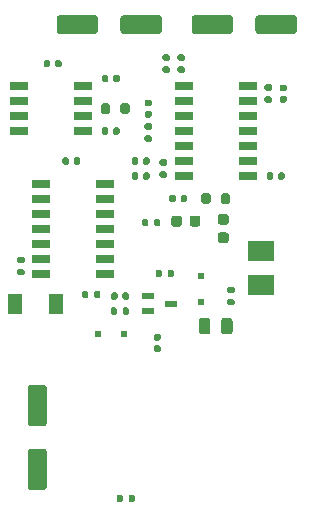
<source format=gbr>
%TF.GenerationSoftware,KiCad,Pcbnew,(5.1.8)-1*%
%TF.CreationDate,2021-01-15T14:34:29+00:00*%
%TF.ProjectId,Bat_Listner_JLCPCB,4261745f-4c69-4737-946e-65725f4a4c43,rev?*%
%TF.SameCoordinates,Original*%
%TF.FileFunction,Paste,Top*%
%TF.FilePolarity,Positive*%
%FSLAX46Y46*%
G04 Gerber Fmt 4.6, Leading zero omitted, Abs format (unit mm)*
G04 Created by KiCad (PCBNEW (5.1.8)-1) date 2021-01-15 14:34:29*
%MOMM*%
%LPD*%
G01*
G04 APERTURE LIST*
%ADD10R,1.525000X0.650000*%
%ADD11R,2.300000X1.800000*%
%ADD12R,1.300000X1.700000*%
%ADD13R,0.500000X0.500000*%
%ADD14R,1.000000X0.550000*%
G04 APERTURE END LIST*
D10*
%TO.C,AT1*%
X148127000Y-55245000D03*
X148127000Y-56515000D03*
X148127000Y-57785000D03*
X148127000Y-59055000D03*
X142703000Y-59055000D03*
X142703000Y-57785000D03*
X142703000Y-56515000D03*
X142703000Y-55245000D03*
%TD*%
%TO.C,C1*%
G36*
G01*
X145370000Y-53170000D02*
X145370000Y-53510000D01*
G75*
G02*
X145230000Y-53650000I-140000J0D01*
G01*
X144950000Y-53650000D01*
G75*
G02*
X144810000Y-53510000I0J140000D01*
G01*
X144810000Y-53170000D01*
G75*
G02*
X144950000Y-53030000I140000J0D01*
G01*
X145230000Y-53030000D01*
G75*
G02*
X145370000Y-53170000I0J-140000D01*
G01*
G37*
G36*
G01*
X146330000Y-53170000D02*
X146330000Y-53510000D01*
G75*
G02*
X146190000Y-53650000I-140000J0D01*
G01*
X145910000Y-53650000D01*
G75*
G02*
X145770000Y-53510000I0J140000D01*
G01*
X145770000Y-53170000D01*
G75*
G02*
X145910000Y-53030000I140000J0D01*
G01*
X146190000Y-53030000D01*
G75*
G02*
X146330000Y-53170000I0J-140000D01*
G01*
G37*
%TD*%
%TO.C,C2*%
G36*
G01*
X149735000Y-54780000D02*
X149735000Y-54440000D01*
G75*
G02*
X149875000Y-54300000I140000J0D01*
G01*
X150155000Y-54300000D01*
G75*
G02*
X150295000Y-54440000I0J-140000D01*
G01*
X150295000Y-54780000D01*
G75*
G02*
X150155000Y-54920000I-140000J0D01*
G01*
X149875000Y-54920000D01*
G75*
G02*
X149735000Y-54780000I0J140000D01*
G01*
G37*
G36*
G01*
X150695000Y-54780000D02*
X150695000Y-54440000D01*
G75*
G02*
X150835000Y-54300000I140000J0D01*
G01*
X151115000Y-54300000D01*
G75*
G02*
X151255000Y-54440000I0J-140000D01*
G01*
X151255000Y-54780000D01*
G75*
G02*
X151115000Y-54920000I-140000J0D01*
G01*
X150835000Y-54920000D01*
G75*
G02*
X150695000Y-54780000I0J140000D01*
G01*
G37*
%TD*%
%TO.C,C3*%
G36*
G01*
X153500000Y-57350000D02*
X153840000Y-57350000D01*
G75*
G02*
X153980000Y-57490000I0J-140000D01*
G01*
X153980000Y-57770000D01*
G75*
G02*
X153840000Y-57910000I-140000J0D01*
G01*
X153500000Y-57910000D01*
G75*
G02*
X153360000Y-57770000I0J140000D01*
G01*
X153360000Y-57490000D01*
G75*
G02*
X153500000Y-57350000I140000J0D01*
G01*
G37*
G36*
G01*
X153500000Y-56390000D02*
X153840000Y-56390000D01*
G75*
G02*
X153980000Y-56530000I0J-140000D01*
G01*
X153980000Y-56810000D01*
G75*
G02*
X153840000Y-56950000I-140000J0D01*
G01*
X153500000Y-56950000D01*
G75*
G02*
X153360000Y-56810000I0J140000D01*
G01*
X153360000Y-56530000D01*
G75*
G02*
X153500000Y-56390000I140000J0D01*
G01*
G37*
%TD*%
%TO.C,C5*%
G36*
G01*
X147925000Y-61425000D02*
X147925000Y-61765000D01*
G75*
G02*
X147785000Y-61905000I-140000J0D01*
G01*
X147505000Y-61905000D01*
G75*
G02*
X147365000Y-61765000I0J140000D01*
G01*
X147365000Y-61425000D01*
G75*
G02*
X147505000Y-61285000I140000J0D01*
G01*
X147785000Y-61285000D01*
G75*
G02*
X147925000Y-61425000I0J-140000D01*
G01*
G37*
G36*
G01*
X146965000Y-61425000D02*
X146965000Y-61765000D01*
G75*
G02*
X146825000Y-61905000I-140000J0D01*
G01*
X146545000Y-61905000D01*
G75*
G02*
X146405000Y-61765000I0J140000D01*
G01*
X146405000Y-61425000D01*
G75*
G02*
X146545000Y-61285000I140000J0D01*
G01*
X146825000Y-61285000D01*
G75*
G02*
X146965000Y-61425000I0J-140000D01*
G01*
G37*
%TD*%
%TO.C,C6*%
G36*
G01*
X149735000Y-59225000D02*
X149735000Y-58885000D01*
G75*
G02*
X149875000Y-58745000I140000J0D01*
G01*
X150155000Y-58745000D01*
G75*
G02*
X150295000Y-58885000I0J-140000D01*
G01*
X150295000Y-59225000D01*
G75*
G02*
X150155000Y-59365000I-140000J0D01*
G01*
X149875000Y-59365000D01*
G75*
G02*
X149735000Y-59225000I0J140000D01*
G01*
G37*
G36*
G01*
X150695000Y-59225000D02*
X150695000Y-58885000D01*
G75*
G02*
X150835000Y-58745000I140000J0D01*
G01*
X151115000Y-58745000D01*
G75*
G02*
X151255000Y-58885000I0J-140000D01*
G01*
X151255000Y-59225000D01*
G75*
G02*
X151115000Y-59365000I-140000J0D01*
G01*
X150835000Y-59365000D01*
G75*
G02*
X150695000Y-59225000I0J140000D01*
G01*
G37*
%TD*%
%TO.C,C7*%
G36*
G01*
X151485000Y-73195000D02*
X151485000Y-72855000D01*
G75*
G02*
X151625000Y-72715000I140000J0D01*
G01*
X151905000Y-72715000D01*
G75*
G02*
X152045000Y-72855000I0J-140000D01*
G01*
X152045000Y-73195000D01*
G75*
G02*
X151905000Y-73335000I-140000J0D01*
G01*
X151625000Y-73335000D01*
G75*
G02*
X151485000Y-73195000I0J140000D01*
G01*
G37*
G36*
G01*
X150525000Y-73195000D02*
X150525000Y-72855000D01*
G75*
G02*
X150665000Y-72715000I140000J0D01*
G01*
X150945000Y-72715000D01*
G75*
G02*
X151085000Y-72855000I0J-140000D01*
G01*
X151085000Y-73195000D01*
G75*
G02*
X150945000Y-73335000I-140000J0D01*
G01*
X150665000Y-73335000D01*
G75*
G02*
X150525000Y-73195000I0J140000D01*
G01*
G37*
%TD*%
%TO.C,C8*%
G36*
G01*
X152835000Y-61425000D02*
X152835000Y-61765000D01*
G75*
G02*
X152695000Y-61905000I-140000J0D01*
G01*
X152415000Y-61905000D01*
G75*
G02*
X152275000Y-61765000I0J140000D01*
G01*
X152275000Y-61425000D01*
G75*
G02*
X152415000Y-61285000I140000J0D01*
G01*
X152695000Y-61285000D01*
G75*
G02*
X152835000Y-61425000I0J-140000D01*
G01*
G37*
G36*
G01*
X153795000Y-61425000D02*
X153795000Y-61765000D01*
G75*
G02*
X153655000Y-61905000I-140000J0D01*
G01*
X153375000Y-61905000D01*
G75*
G02*
X153235000Y-61765000I0J140000D01*
G01*
X153235000Y-61425000D01*
G75*
G02*
X153375000Y-61285000I140000J0D01*
G01*
X153655000Y-61285000D01*
G75*
G02*
X153795000Y-61425000I0J-140000D01*
G01*
G37*
%TD*%
%TO.C,C9*%
G36*
G01*
X152275000Y-63035000D02*
X152275000Y-62695000D01*
G75*
G02*
X152415000Y-62555000I140000J0D01*
G01*
X152695000Y-62555000D01*
G75*
G02*
X152835000Y-62695000I0J-140000D01*
G01*
X152835000Y-63035000D01*
G75*
G02*
X152695000Y-63175000I-140000J0D01*
G01*
X152415000Y-63175000D01*
G75*
G02*
X152275000Y-63035000I0J140000D01*
G01*
G37*
G36*
G01*
X153235000Y-63035000D02*
X153235000Y-62695000D01*
G75*
G02*
X153375000Y-62555000I140000J0D01*
G01*
X153655000Y-62555000D01*
G75*
G02*
X153795000Y-62695000I0J-140000D01*
G01*
X153795000Y-63035000D01*
G75*
G02*
X153655000Y-63175000I-140000J0D01*
G01*
X153375000Y-63175000D01*
G75*
G02*
X153235000Y-63035000I0J140000D01*
G01*
G37*
%TD*%
%TO.C,C10*%
G36*
G01*
X156010000Y-64600000D02*
X156010000Y-64940000D01*
G75*
G02*
X155870000Y-65080000I-140000J0D01*
G01*
X155590000Y-65080000D01*
G75*
G02*
X155450000Y-64940000I0J140000D01*
G01*
X155450000Y-64600000D01*
G75*
G02*
X155590000Y-64460000I140000J0D01*
G01*
X155870000Y-64460000D01*
G75*
G02*
X156010000Y-64600000I0J-140000D01*
G01*
G37*
G36*
G01*
X156970000Y-64600000D02*
X156970000Y-64940000D01*
G75*
G02*
X156830000Y-65080000I-140000J0D01*
G01*
X156550000Y-65080000D01*
G75*
G02*
X156410000Y-64940000I0J140000D01*
G01*
X156410000Y-64600000D01*
G75*
G02*
X156550000Y-64460000I140000J0D01*
G01*
X156830000Y-64460000D01*
G75*
G02*
X156970000Y-64600000I0J-140000D01*
G01*
G37*
%TD*%
%TO.C,C11*%
G36*
G01*
X155620000Y-66925000D02*
X155620000Y-66425000D01*
G75*
G02*
X155845000Y-66200000I225000J0D01*
G01*
X156295000Y-66200000D01*
G75*
G02*
X156520000Y-66425000I0J-225000D01*
G01*
X156520000Y-66925000D01*
G75*
G02*
X156295000Y-67150000I-225000J0D01*
G01*
X155845000Y-67150000D01*
G75*
G02*
X155620000Y-66925000I0J225000D01*
G01*
G37*
G36*
G01*
X157170000Y-66925000D02*
X157170000Y-66425000D01*
G75*
G02*
X157395000Y-66200000I225000J0D01*
G01*
X157845000Y-66200000D01*
G75*
G02*
X158070000Y-66425000I0J-225000D01*
G01*
X158070000Y-66925000D01*
G75*
G02*
X157845000Y-67150000I-225000J0D01*
G01*
X157395000Y-67150000D01*
G75*
G02*
X157170000Y-66925000I0J225000D01*
G01*
G37*
%TD*%
%TO.C,C12*%
G36*
G01*
X160270000Y-66985000D02*
X159770000Y-66985000D01*
G75*
G02*
X159545000Y-66760000I0J225000D01*
G01*
X159545000Y-66310000D01*
G75*
G02*
X159770000Y-66085000I225000J0D01*
G01*
X160270000Y-66085000D01*
G75*
G02*
X160495000Y-66310000I0J-225000D01*
G01*
X160495000Y-66760000D01*
G75*
G02*
X160270000Y-66985000I-225000J0D01*
G01*
G37*
G36*
G01*
X160270000Y-68535000D02*
X159770000Y-68535000D01*
G75*
G02*
X159545000Y-68310000I0J225000D01*
G01*
X159545000Y-67860000D01*
G75*
G02*
X159770000Y-67635000I225000J0D01*
G01*
X160270000Y-67635000D01*
G75*
G02*
X160495000Y-67860000I0J-225000D01*
G01*
X160495000Y-68310000D01*
G75*
G02*
X160270000Y-68535000I-225000J0D01*
G01*
G37*
%TD*%
%TO.C,C13*%
G36*
G01*
X164665000Y-63035000D02*
X164665000Y-62695000D01*
G75*
G02*
X164805000Y-62555000I140000J0D01*
G01*
X165085000Y-62555000D01*
G75*
G02*
X165225000Y-62695000I0J-140000D01*
G01*
X165225000Y-63035000D01*
G75*
G02*
X165085000Y-63175000I-140000J0D01*
G01*
X164805000Y-63175000D01*
G75*
G02*
X164665000Y-63035000I0J140000D01*
G01*
G37*
G36*
G01*
X163705000Y-63035000D02*
X163705000Y-62695000D01*
G75*
G02*
X163845000Y-62555000I140000J0D01*
G01*
X164125000Y-62555000D01*
G75*
G02*
X164265000Y-62695000I0J-140000D01*
G01*
X164265000Y-63035000D01*
G75*
G02*
X164125000Y-63175000I-140000J0D01*
G01*
X163845000Y-63175000D01*
G75*
G02*
X163705000Y-63035000I0J140000D01*
G01*
G37*
%TD*%
D11*
%TO.C,C14*%
X163195000Y-72115000D03*
X163195000Y-69215000D03*
%TD*%
%TO.C,C15*%
G36*
G01*
X165270000Y-56640000D02*
X164930000Y-56640000D01*
G75*
G02*
X164790000Y-56500000I0J140000D01*
G01*
X164790000Y-56220000D01*
G75*
G02*
X164930000Y-56080000I140000J0D01*
G01*
X165270000Y-56080000D01*
G75*
G02*
X165410000Y-56220000I0J-140000D01*
G01*
X165410000Y-56500000D01*
G75*
G02*
X165270000Y-56640000I-140000J0D01*
G01*
G37*
G36*
G01*
X165270000Y-55680000D02*
X164930000Y-55680000D01*
G75*
G02*
X164790000Y-55540000I0J140000D01*
G01*
X164790000Y-55260000D01*
G75*
G02*
X164930000Y-55120000I140000J0D01*
G01*
X165270000Y-55120000D01*
G75*
G02*
X165410000Y-55260000I0J-140000D01*
G01*
X165410000Y-55540000D01*
G75*
G02*
X165270000Y-55680000I-140000J0D01*
G01*
G37*
%TD*%
%TO.C,C16*%
G36*
G01*
X154602000Y-77750000D02*
X154262000Y-77750000D01*
G75*
G02*
X154122000Y-77610000I0J140000D01*
G01*
X154122000Y-77330000D01*
G75*
G02*
X154262000Y-77190000I140000J0D01*
G01*
X154602000Y-77190000D01*
G75*
G02*
X154742000Y-77330000I0J-140000D01*
G01*
X154742000Y-77610000D01*
G75*
G02*
X154602000Y-77750000I-140000J0D01*
G01*
G37*
G36*
G01*
X154602000Y-76790000D02*
X154262000Y-76790000D01*
G75*
G02*
X154122000Y-76650000I0J140000D01*
G01*
X154122000Y-76370000D01*
G75*
G02*
X154262000Y-76230000I140000J0D01*
G01*
X154602000Y-76230000D01*
G75*
G02*
X154742000Y-76370000I0J-140000D01*
G01*
X154742000Y-76650000D01*
G75*
G02*
X154602000Y-76790000I-140000J0D01*
G01*
G37*
%TD*%
D12*
%TO.C,D1*%
X142395000Y-73660000D03*
X145895000Y-73660000D03*
%TD*%
D13*
%TO.C,D2*%
X151595000Y-76200000D03*
X149395000Y-76200000D03*
%TD*%
%TO.C,D3*%
X158115000Y-73490000D03*
X158115000Y-71290000D03*
%TD*%
%TO.C,D4*%
G36*
G01*
X157960000Y-76021250D02*
X157960000Y-75108750D01*
G75*
G02*
X158203750Y-74865000I243750J0D01*
G01*
X158691250Y-74865000D01*
G75*
G02*
X158935000Y-75108750I0J-243750D01*
G01*
X158935000Y-76021250D01*
G75*
G02*
X158691250Y-76265000I-243750J0D01*
G01*
X158203750Y-76265000D01*
G75*
G02*
X157960000Y-76021250I0J243750D01*
G01*
G37*
G36*
G01*
X159835000Y-76021250D02*
X159835000Y-75108750D01*
G75*
G02*
X160078750Y-74865000I243750J0D01*
G01*
X160566250Y-74865000D01*
G75*
G02*
X160810000Y-75108750I0J-243750D01*
G01*
X160810000Y-76021250D01*
G75*
G02*
X160566250Y-76265000I-243750J0D01*
G01*
X160078750Y-76265000D01*
G75*
G02*
X159835000Y-76021250I0J243750D01*
G01*
G37*
%TD*%
D10*
%TO.C,IC1*%
X144608000Y-63500000D03*
X144608000Y-64770000D03*
X144608000Y-66040000D03*
X144608000Y-67310000D03*
X144608000Y-68580000D03*
X144608000Y-69850000D03*
X144608000Y-71120000D03*
X150032000Y-71120000D03*
X150032000Y-69850000D03*
X150032000Y-68580000D03*
X150032000Y-67310000D03*
X150032000Y-66040000D03*
X150032000Y-64770000D03*
X150032000Y-63500000D03*
%TD*%
%TO.C,IC2*%
X162097000Y-55245000D03*
X162097000Y-56515000D03*
X162097000Y-57785000D03*
X162097000Y-59055000D03*
X162097000Y-60325000D03*
X162097000Y-61595000D03*
X162097000Y-62865000D03*
X156673000Y-62865000D03*
X156673000Y-61595000D03*
X156673000Y-60325000D03*
X156673000Y-59055000D03*
X156673000Y-57785000D03*
X156673000Y-56515000D03*
X156673000Y-55245000D03*
%TD*%
D14*
%TO.C,Q1*%
X153675000Y-73010000D03*
X153675000Y-74310000D03*
X155575000Y-73660000D03*
%TD*%
%TO.C,R1*%
G36*
G01*
X142690000Y-69705000D02*
X143060000Y-69705000D01*
G75*
G02*
X143195000Y-69840000I0J-135000D01*
G01*
X143195000Y-70110000D01*
G75*
G02*
X143060000Y-70245000I-135000J0D01*
G01*
X142690000Y-70245000D01*
G75*
G02*
X142555000Y-70110000I0J135000D01*
G01*
X142555000Y-69840000D01*
G75*
G02*
X142690000Y-69705000I135000J0D01*
G01*
G37*
G36*
G01*
X142690000Y-70725000D02*
X143060000Y-70725000D01*
G75*
G02*
X143195000Y-70860000I0J-135000D01*
G01*
X143195000Y-71130000D01*
G75*
G02*
X143060000Y-71265000I-135000J0D01*
G01*
X142690000Y-71265000D01*
G75*
G02*
X142555000Y-71130000I0J135000D01*
G01*
X142555000Y-70860000D01*
G75*
G02*
X142690000Y-70725000I135000J0D01*
G01*
G37*
%TD*%
%TO.C,R2*%
G36*
G01*
X149651000Y-57425000D02*
X149651000Y-56875000D01*
G75*
G02*
X149851000Y-56675000I200000J0D01*
G01*
X150251000Y-56675000D01*
G75*
G02*
X150451000Y-56875000I0J-200000D01*
G01*
X150451000Y-57425000D01*
G75*
G02*
X150251000Y-57625000I-200000J0D01*
G01*
X149851000Y-57625000D01*
G75*
G02*
X149651000Y-57425000I0J200000D01*
G01*
G37*
G36*
G01*
X151301000Y-57425000D02*
X151301000Y-56875000D01*
G75*
G02*
X151501000Y-56675000I200000J0D01*
G01*
X151901000Y-56675000D01*
G75*
G02*
X152101000Y-56875000I0J-200000D01*
G01*
X152101000Y-57425000D01*
G75*
G02*
X151901000Y-57625000I-200000J0D01*
G01*
X151501000Y-57625000D01*
G75*
G02*
X151301000Y-57425000I0J200000D01*
G01*
G37*
%TD*%
%TO.C,R3*%
G36*
G01*
X149084000Y-73083000D02*
X149084000Y-72713000D01*
G75*
G02*
X149219000Y-72578000I135000J0D01*
G01*
X149489000Y-72578000D01*
G75*
G02*
X149624000Y-72713000I0J-135000D01*
G01*
X149624000Y-73083000D01*
G75*
G02*
X149489000Y-73218000I-135000J0D01*
G01*
X149219000Y-73218000D01*
G75*
G02*
X149084000Y-73083000I0J135000D01*
G01*
G37*
G36*
G01*
X148064000Y-73083000D02*
X148064000Y-72713000D01*
G75*
G02*
X148199000Y-72578000I135000J0D01*
G01*
X148469000Y-72578000D01*
G75*
G02*
X148604000Y-72713000I0J-135000D01*
G01*
X148604000Y-73083000D01*
G75*
G02*
X148469000Y-73218000I-135000J0D01*
G01*
X148199000Y-73218000D01*
G75*
G02*
X148064000Y-73083000I0J135000D01*
G01*
G37*
%TD*%
%TO.C,R4*%
G36*
G01*
X153855000Y-58940000D02*
X153485000Y-58940000D01*
G75*
G02*
X153350000Y-58805000I0J135000D01*
G01*
X153350000Y-58535000D01*
G75*
G02*
X153485000Y-58400000I135000J0D01*
G01*
X153855000Y-58400000D01*
G75*
G02*
X153990000Y-58535000I0J-135000D01*
G01*
X153990000Y-58805000D01*
G75*
G02*
X153855000Y-58940000I-135000J0D01*
G01*
G37*
G36*
G01*
X153855000Y-59960000D02*
X153485000Y-59960000D01*
G75*
G02*
X153350000Y-59825000I0J135000D01*
G01*
X153350000Y-59555000D01*
G75*
G02*
X153485000Y-59420000I135000J0D01*
G01*
X153855000Y-59420000D01*
G75*
G02*
X153990000Y-59555000I0J-135000D01*
G01*
X153990000Y-59825000D01*
G75*
G02*
X153855000Y-59960000I-135000J0D01*
G01*
G37*
%TD*%
%TO.C,R5*%
G36*
G01*
X151015000Y-74110000D02*
X151015000Y-74480000D01*
G75*
G02*
X150880000Y-74615000I-135000J0D01*
G01*
X150610000Y-74615000D01*
G75*
G02*
X150475000Y-74480000I0J135000D01*
G01*
X150475000Y-74110000D01*
G75*
G02*
X150610000Y-73975000I135000J0D01*
G01*
X150880000Y-73975000D01*
G75*
G02*
X151015000Y-74110000I0J-135000D01*
G01*
G37*
G36*
G01*
X152035000Y-74110000D02*
X152035000Y-74480000D01*
G75*
G02*
X151900000Y-74615000I-135000J0D01*
G01*
X151630000Y-74615000D01*
G75*
G02*
X151495000Y-74480000I0J135000D01*
G01*
X151495000Y-74110000D01*
G75*
G02*
X151630000Y-73975000I135000J0D01*
G01*
X151900000Y-73975000D01*
G75*
G02*
X152035000Y-74110000I0J-135000D01*
G01*
G37*
%TD*%
%TO.C,R6*%
G36*
G01*
X155125000Y-63010000D02*
X154755000Y-63010000D01*
G75*
G02*
X154620000Y-62875000I0J135000D01*
G01*
X154620000Y-62605000D01*
G75*
G02*
X154755000Y-62470000I135000J0D01*
G01*
X155125000Y-62470000D01*
G75*
G02*
X155260000Y-62605000I0J-135000D01*
G01*
X155260000Y-62875000D01*
G75*
G02*
X155125000Y-63010000I-135000J0D01*
G01*
G37*
G36*
G01*
X155125000Y-61990000D02*
X154755000Y-61990000D01*
G75*
G02*
X154620000Y-61855000I0J135000D01*
G01*
X154620000Y-61585000D01*
G75*
G02*
X154755000Y-61450000I135000J0D01*
G01*
X155125000Y-61450000D01*
G75*
G02*
X155260000Y-61585000I0J-135000D01*
G01*
X155260000Y-61855000D01*
G75*
G02*
X155125000Y-61990000I-135000J0D01*
G01*
G37*
%TD*%
%TO.C,R7*%
G36*
G01*
X154702000Y-66617000D02*
X154702000Y-66987000D01*
G75*
G02*
X154567000Y-67122000I-135000J0D01*
G01*
X154297000Y-67122000D01*
G75*
G02*
X154162000Y-66987000I0J135000D01*
G01*
X154162000Y-66617000D01*
G75*
G02*
X154297000Y-66482000I135000J0D01*
G01*
X154567000Y-66482000D01*
G75*
G02*
X154702000Y-66617000I0J-135000D01*
G01*
G37*
G36*
G01*
X153682000Y-66617000D02*
X153682000Y-66987000D01*
G75*
G02*
X153547000Y-67122000I-135000J0D01*
G01*
X153277000Y-67122000D01*
G75*
G02*
X153142000Y-66987000I0J135000D01*
G01*
X153142000Y-66617000D01*
G75*
G02*
X153277000Y-66482000I135000J0D01*
G01*
X153547000Y-66482000D01*
G75*
G02*
X153682000Y-66617000I0J-135000D01*
G01*
G37*
%TD*%
%TO.C,R8*%
G36*
G01*
X159810000Y-65045000D02*
X159810000Y-64495000D01*
G75*
G02*
X160010000Y-64295000I200000J0D01*
G01*
X160410000Y-64295000D01*
G75*
G02*
X160610000Y-64495000I0J-200000D01*
G01*
X160610000Y-65045000D01*
G75*
G02*
X160410000Y-65245000I-200000J0D01*
G01*
X160010000Y-65245000D01*
G75*
G02*
X159810000Y-65045000I0J200000D01*
G01*
G37*
G36*
G01*
X158160000Y-65045000D02*
X158160000Y-64495000D01*
G75*
G02*
X158360000Y-64295000I200000J0D01*
G01*
X158760000Y-64295000D01*
G75*
G02*
X158960000Y-64495000I0J-200000D01*
G01*
X158960000Y-65045000D01*
G75*
G02*
X158760000Y-65245000I-200000J0D01*
G01*
X158360000Y-65245000D01*
G75*
G02*
X158160000Y-65045000I0J200000D01*
G01*
G37*
%TD*%
%TO.C,R9*%
G36*
G01*
X154285000Y-71305000D02*
X154285000Y-70935000D01*
G75*
G02*
X154420000Y-70800000I135000J0D01*
G01*
X154690000Y-70800000D01*
G75*
G02*
X154825000Y-70935000I0J-135000D01*
G01*
X154825000Y-71305000D01*
G75*
G02*
X154690000Y-71440000I-135000J0D01*
G01*
X154420000Y-71440000D01*
G75*
G02*
X154285000Y-71305000I0J135000D01*
G01*
G37*
G36*
G01*
X155305000Y-71305000D02*
X155305000Y-70935000D01*
G75*
G02*
X155440000Y-70800000I135000J0D01*
G01*
X155710000Y-70800000D01*
G75*
G02*
X155845000Y-70935000I0J-135000D01*
G01*
X155845000Y-71305000D01*
G75*
G02*
X155710000Y-71440000I-135000J0D01*
G01*
X155440000Y-71440000D01*
G75*
G02*
X155305000Y-71305000I0J135000D01*
G01*
G37*
%TD*%
%TO.C,R10*%
G36*
G01*
X160470000Y-72245000D02*
X160840000Y-72245000D01*
G75*
G02*
X160975000Y-72380000I0J-135000D01*
G01*
X160975000Y-72650000D01*
G75*
G02*
X160840000Y-72785000I-135000J0D01*
G01*
X160470000Y-72785000D01*
G75*
G02*
X160335000Y-72650000I0J135000D01*
G01*
X160335000Y-72380000D01*
G75*
G02*
X160470000Y-72245000I135000J0D01*
G01*
G37*
G36*
G01*
X160470000Y-73265000D02*
X160840000Y-73265000D01*
G75*
G02*
X160975000Y-73400000I0J-135000D01*
G01*
X160975000Y-73670000D01*
G75*
G02*
X160840000Y-73805000I-135000J0D01*
G01*
X160470000Y-73805000D01*
G75*
G02*
X160335000Y-73670000I0J135000D01*
G01*
X160335000Y-73400000D01*
G75*
G02*
X160470000Y-73265000I135000J0D01*
G01*
G37*
%TD*%
%TO.C,R11*%
G36*
G01*
X152003000Y-90355000D02*
X152003000Y-89985000D01*
G75*
G02*
X152138000Y-89850000I135000J0D01*
G01*
X152408000Y-89850000D01*
G75*
G02*
X152543000Y-89985000I0J-135000D01*
G01*
X152543000Y-90355000D01*
G75*
G02*
X152408000Y-90490000I-135000J0D01*
G01*
X152138000Y-90490000D01*
G75*
G02*
X152003000Y-90355000I0J135000D01*
G01*
G37*
G36*
G01*
X150983000Y-90355000D02*
X150983000Y-89985000D01*
G75*
G02*
X151118000Y-89850000I135000J0D01*
G01*
X151388000Y-89850000D01*
G75*
G02*
X151523000Y-89985000I0J-135000D01*
G01*
X151523000Y-90355000D01*
G75*
G02*
X151388000Y-90490000I-135000J0D01*
G01*
X151118000Y-90490000D01*
G75*
G02*
X150983000Y-90355000I0J135000D01*
G01*
G37*
%TD*%
%TO.C,R12*%
G36*
G01*
X163645000Y-56120000D02*
X164015000Y-56120000D01*
G75*
G02*
X164150000Y-56255000I0J-135000D01*
G01*
X164150000Y-56525000D01*
G75*
G02*
X164015000Y-56660000I-135000J0D01*
G01*
X163645000Y-56660000D01*
G75*
G02*
X163510000Y-56525000I0J135000D01*
G01*
X163510000Y-56255000D01*
G75*
G02*
X163645000Y-56120000I135000J0D01*
G01*
G37*
G36*
G01*
X163645000Y-55100000D02*
X164015000Y-55100000D01*
G75*
G02*
X164150000Y-55235000I0J-135000D01*
G01*
X164150000Y-55505000D01*
G75*
G02*
X164015000Y-55640000I-135000J0D01*
G01*
X163645000Y-55640000D01*
G75*
G02*
X163510000Y-55505000I0J135000D01*
G01*
X163510000Y-55235000D01*
G75*
G02*
X163645000Y-55100000I135000J0D01*
G01*
G37*
%TD*%
%TO.C,C4*%
G36*
G01*
X145918000Y-50588000D02*
X145918000Y-49488000D01*
G75*
G02*
X146168000Y-49238000I250000J0D01*
G01*
X149168000Y-49238000D01*
G75*
G02*
X149418000Y-49488000I0J-250000D01*
G01*
X149418000Y-50588000D01*
G75*
G02*
X149168000Y-50838000I-250000J0D01*
G01*
X146168000Y-50838000D01*
G75*
G02*
X145918000Y-50588000I0J250000D01*
G01*
G37*
G36*
G01*
X151318000Y-50588000D02*
X151318000Y-49488000D01*
G75*
G02*
X151568000Y-49238000I250000J0D01*
G01*
X154568000Y-49238000D01*
G75*
G02*
X154818000Y-49488000I0J-250000D01*
G01*
X154818000Y-50588000D01*
G75*
G02*
X154568000Y-50838000I-250000J0D01*
G01*
X151568000Y-50838000D01*
G75*
G02*
X151318000Y-50588000I0J250000D01*
G01*
G37*
%TD*%
%TO.C,C17*%
G36*
G01*
X162748000Y-50588000D02*
X162748000Y-49488000D01*
G75*
G02*
X162998000Y-49238000I250000J0D01*
G01*
X165998000Y-49238000D01*
G75*
G02*
X166248000Y-49488000I0J-250000D01*
G01*
X166248000Y-50588000D01*
G75*
G02*
X165998000Y-50838000I-250000J0D01*
G01*
X162998000Y-50838000D01*
G75*
G02*
X162748000Y-50588000I0J250000D01*
G01*
G37*
G36*
G01*
X157348000Y-50588000D02*
X157348000Y-49488000D01*
G75*
G02*
X157598000Y-49238000I250000J0D01*
G01*
X160598000Y-49238000D01*
G75*
G02*
X160848000Y-49488000I0J-250000D01*
G01*
X160848000Y-50588000D01*
G75*
G02*
X160598000Y-50838000I-250000J0D01*
G01*
X157598000Y-50838000D01*
G75*
G02*
X157348000Y-50588000I0J250000D01*
G01*
G37*
%TD*%
%TO.C,C18*%
G36*
G01*
X143722000Y-80546000D02*
X144822000Y-80546000D01*
G75*
G02*
X145072000Y-80796000I0J-250000D01*
G01*
X145072000Y-83796000D01*
G75*
G02*
X144822000Y-84046000I-250000J0D01*
G01*
X143722000Y-84046000D01*
G75*
G02*
X143472000Y-83796000I0J250000D01*
G01*
X143472000Y-80796000D01*
G75*
G02*
X143722000Y-80546000I250000J0D01*
G01*
G37*
G36*
G01*
X143722000Y-85946000D02*
X144822000Y-85946000D01*
G75*
G02*
X145072000Y-86196000I0J-250000D01*
G01*
X145072000Y-89196000D01*
G75*
G02*
X144822000Y-89446000I-250000J0D01*
G01*
X143722000Y-89446000D01*
G75*
G02*
X143472000Y-89196000I0J250000D01*
G01*
X143472000Y-86196000D01*
G75*
G02*
X143722000Y-85946000I250000J0D01*
G01*
G37*
%TD*%
%TO.C,R13*%
G36*
G01*
X155009000Y-53582000D02*
X155379000Y-53582000D01*
G75*
G02*
X155514000Y-53717000I0J-135000D01*
G01*
X155514000Y-53987000D01*
G75*
G02*
X155379000Y-54122000I-135000J0D01*
G01*
X155009000Y-54122000D01*
G75*
G02*
X154874000Y-53987000I0J135000D01*
G01*
X154874000Y-53717000D01*
G75*
G02*
X155009000Y-53582000I135000J0D01*
G01*
G37*
G36*
G01*
X155009000Y-52562000D02*
X155379000Y-52562000D01*
G75*
G02*
X155514000Y-52697000I0J-135000D01*
G01*
X155514000Y-52967000D01*
G75*
G02*
X155379000Y-53102000I-135000J0D01*
G01*
X155009000Y-53102000D01*
G75*
G02*
X154874000Y-52967000I0J135000D01*
G01*
X154874000Y-52697000D01*
G75*
G02*
X155009000Y-52562000I135000J0D01*
G01*
G37*
%TD*%
%TO.C,R14*%
G36*
G01*
X156649000Y-54122000D02*
X156279000Y-54122000D01*
G75*
G02*
X156144000Y-53987000I0J135000D01*
G01*
X156144000Y-53717000D01*
G75*
G02*
X156279000Y-53582000I135000J0D01*
G01*
X156649000Y-53582000D01*
G75*
G02*
X156784000Y-53717000I0J-135000D01*
G01*
X156784000Y-53987000D01*
G75*
G02*
X156649000Y-54122000I-135000J0D01*
G01*
G37*
G36*
G01*
X156649000Y-53102000D02*
X156279000Y-53102000D01*
G75*
G02*
X156144000Y-52967000I0J135000D01*
G01*
X156144000Y-52697000D01*
G75*
G02*
X156279000Y-52562000I135000J0D01*
G01*
X156649000Y-52562000D01*
G75*
G02*
X156784000Y-52697000I0J-135000D01*
G01*
X156784000Y-52967000D01*
G75*
G02*
X156649000Y-53102000I-135000J0D01*
G01*
G37*
%TD*%
M02*

</source>
